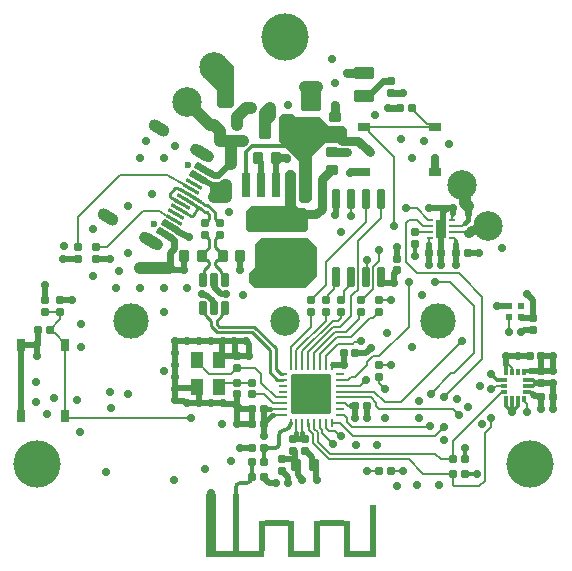
<source format=gbr>
%TF.GenerationSoftware,Altium Limited,Altium Designer,22.7.1 (60)*%
G04 Layer_Physical_Order=1*
G04 Layer_Color=255*
%FSLAX45Y45*%
%MOMM*%
%TF.SameCoordinates,ACC7CE07-661A-46B9-B338-6EC4A6F7B09F*%
%TF.FilePolarity,Positive*%
%TF.FileFunction,Copper,L1,Top,Signal*%
%TF.Part,Single*%
G01*
G75*
%TA.AperFunction,Conductor*%
%ADD10C,0.50000*%
%ADD11C,0.60000*%
%ADD12C,0.34849*%
%ADD13C,0.28107*%
%TA.AperFunction,SMDPad,CuDef*%
G04:AMPARAMS|DCode=14|XSize=0.6mm|YSize=1.2mm|CornerRadius=0.075mm|HoleSize=0mm|Usage=FLASHONLY|Rotation=180.000|XOffset=0mm|YOffset=0mm|HoleType=Round|Shape=RoundedRectangle|*
%AMROUNDEDRECTD14*
21,1,0.60000,1.05000,0,0,180.0*
21,1,0.45000,1.20000,0,0,180.0*
1,1,0.15000,-0.22500,0.52500*
1,1,0.15000,0.22500,0.52500*
1,1,0.15000,0.22500,-0.52500*
1,1,0.15000,-0.22500,-0.52500*
%
%ADD14ROUNDEDRECTD14*%
G04:AMPARAMS|DCode=15|XSize=0.6mm|YSize=0.7mm|CornerRadius=0.075mm|HoleSize=0mm|Usage=FLASHONLY|Rotation=0.000|XOffset=0mm|YOffset=0mm|HoleType=Round|Shape=RoundedRectangle|*
%AMROUNDEDRECTD15*
21,1,0.60000,0.55000,0,0,0.0*
21,1,0.45000,0.70000,0,0,0.0*
1,1,0.15000,0.22500,-0.27500*
1,1,0.15000,-0.22500,-0.27500*
1,1,0.15000,-0.22500,0.27500*
1,1,0.15000,0.22500,0.27500*
%
%ADD15ROUNDEDRECTD15*%
G04:AMPARAMS|DCode=16|XSize=0.25mm|YSize=0.7mm|CornerRadius=0.0125mm|HoleSize=0mm|Usage=FLASHONLY|Rotation=180.000|XOffset=0mm|YOffset=0mm|HoleType=Round|Shape=RoundedRectangle|*
%AMROUNDEDRECTD16*
21,1,0.25000,0.67500,0,0,180.0*
21,1,0.22500,0.70000,0,0,180.0*
1,1,0.02500,-0.11250,0.33750*
1,1,0.02500,0.11250,0.33750*
1,1,0.02500,0.11250,-0.33750*
1,1,0.02500,-0.11250,-0.33750*
%
%ADD16ROUNDEDRECTD16*%
G04:AMPARAMS|DCode=17|XSize=0.25mm|YSize=0.7mm|CornerRadius=0.0125mm|HoleSize=0mm|Usage=FLASHONLY|Rotation=270.000|XOffset=0mm|YOffset=0mm|HoleType=Round|Shape=RoundedRectangle|*
%AMROUNDEDRECTD17*
21,1,0.25000,0.67500,0,0,270.0*
21,1,0.22500,0.70000,0,0,270.0*
1,1,0.02500,-0.33750,-0.11250*
1,1,0.02500,-0.33750,0.11250*
1,1,0.02500,0.33750,0.11250*
1,1,0.02500,0.33750,-0.11250*
%
%ADD17ROUNDEDRECTD17*%
G04:AMPARAMS|DCode=18|XSize=3.45mm|YSize=3.45mm|CornerRadius=0.1725mm|HoleSize=0mm|Usage=FLASHONLY|Rotation=270.000|XOffset=0mm|YOffset=0mm|HoleType=Round|Shape=RoundedRectangle|*
%AMROUNDEDRECTD18*
21,1,3.45000,3.10500,0,0,270.0*
21,1,3.10500,3.45000,0,0,270.0*
1,1,0.34500,-1.55250,-1.55250*
1,1,0.34500,-1.55250,1.55250*
1,1,0.34500,1.55250,1.55250*
1,1,0.34500,1.55250,-1.55250*
%
%ADD18ROUNDEDRECTD18*%
%TA.AperFunction,TestPad*%
%ADD19R,0.50000X3.94000*%
%ADD20R,2.70000X0.50000*%
%ADD21R,0.50000X2.64000*%
%ADD22R,2.00000X0.50000*%
%ADD23R,0.50000X4.90000*%
%ADD24R,5.00000X0.50000*%
%ADD25R,0.90000X4.90000*%
%TA.AperFunction,SMDPad,CuDef*%
G04:AMPARAMS|DCode=26|XSize=0.6mm|YSize=1.7mm|CornerRadius=0.075mm|HoleSize=0mm|Usage=FLASHONLY|Rotation=0.000|XOffset=0mm|YOffset=0mm|HoleType=Round|Shape=RoundedRectangle|*
%AMROUNDEDRECTD26*
21,1,0.60000,1.55000,0,0,0.0*
21,1,0.45000,1.70000,0,0,0.0*
1,1,0.15000,0.22500,-0.77500*
1,1,0.15000,-0.22500,-0.77500*
1,1,0.15000,-0.22500,0.77500*
1,1,0.15000,0.22500,0.77500*
%
%ADD26ROUNDEDRECTD26*%
G04:AMPARAMS|DCode=27|XSize=0.6mm|YSize=0.7mm|CornerRadius=0.075mm|HoleSize=0mm|Usage=FLASHONLY|Rotation=90.000|XOffset=0mm|YOffset=0mm|HoleType=Round|Shape=RoundedRectangle|*
%AMROUNDEDRECTD27*
21,1,0.60000,0.55000,0,0,90.0*
21,1,0.45000,0.70000,0,0,90.0*
1,1,0.15000,0.27500,0.22500*
1,1,0.15000,0.27500,-0.22500*
1,1,0.15000,-0.27500,-0.22500*
1,1,0.15000,-0.27500,0.22500*
%
%ADD27ROUNDEDRECTD27*%
%ADD28R,0.60000X0.30000*%
%ADD29R,0.30000X0.60000*%
G04:AMPARAMS|DCode=30|XSize=3.2mm|YSize=2.1mm|CornerRadius=0.0525mm|HoleSize=0mm|Usage=FLASHONLY|Rotation=0.000|XOffset=0mm|YOffset=0mm|HoleType=Round|Shape=RoundedRectangle|*
%AMROUNDEDRECTD30*
21,1,3.20000,1.99500,0,0,0.0*
21,1,3.09500,2.10000,0,0,0.0*
1,1,0.10500,1.54750,-0.99750*
1,1,0.10500,-1.54750,-0.99750*
1,1,0.10500,-1.54750,0.99750*
1,1,0.10500,1.54750,0.99750*
%
%ADD30ROUNDEDRECTD30*%
G04:AMPARAMS|DCode=31|XSize=0.6mm|YSize=2.1mm|CornerRadius=0.051mm|HoleSize=0mm|Usage=FLASHONLY|Rotation=0.000|XOffset=0mm|YOffset=0mm|HoleType=Round|Shape=RoundedRectangle|*
%AMROUNDEDRECTD31*
21,1,0.60000,1.99800,0,0,0.0*
21,1,0.49800,2.10000,0,0,0.0*
1,1,0.10200,0.24900,-0.99900*
1,1,0.10200,-0.24900,-0.99900*
1,1,0.10200,-0.24900,0.99900*
1,1,0.10200,0.24900,0.99900*
%
%ADD31ROUNDEDRECTD31*%
%ADD32R,0.80000X0.80000*%
G04:AMPARAMS|DCode=33|XSize=1mm|YSize=1.7mm|CornerRadius=0.125mm|HoleSize=0mm|Usage=FLASHONLY|Rotation=0.000|XOffset=0mm|YOffset=0mm|HoleType=Round|Shape=RoundedRectangle|*
%AMROUNDEDRECTD33*
21,1,1.00000,1.45000,0,0,0.0*
21,1,0.75000,1.70000,0,0,0.0*
1,1,0.25000,0.37500,-0.72500*
1,1,0.25000,-0.37500,-0.72500*
1,1,0.25000,-0.37500,0.72500*
1,1,0.25000,0.37500,0.72500*
%
%ADD33ROUNDEDRECTD33*%
G04:AMPARAMS|DCode=34|XSize=1mm|YSize=1.7mm|CornerRadius=0.125mm|HoleSize=0mm|Usage=FLASHONLY|Rotation=90.000|XOffset=0mm|YOffset=0mm|HoleType=Round|Shape=RoundedRectangle|*
%AMROUNDEDRECTD34*
21,1,1.00000,1.45000,0,0,90.0*
21,1,0.75000,1.70000,0,0,90.0*
1,1,0.25000,0.72500,0.37500*
1,1,0.25000,0.72500,-0.37500*
1,1,0.25000,-0.72500,-0.37500*
1,1,0.25000,-0.72500,0.37500*
%
%ADD34ROUNDEDRECTD34*%
G04:AMPARAMS|DCode=35|XSize=0.8mm|YSize=1mm|CornerRadius=0.1mm|HoleSize=0mm|Usage=FLASHONLY|Rotation=270.000|XOffset=0mm|YOffset=0mm|HoleType=Round|Shape=RoundedRectangle|*
%AMROUNDEDRECTD35*
21,1,0.80000,0.80000,0,0,270.0*
21,1,0.60000,1.00000,0,0,270.0*
1,1,0.20000,-0.40000,-0.30000*
1,1,0.20000,-0.40000,0.30000*
1,1,0.20000,0.40000,0.30000*
1,1,0.20000,0.40000,-0.30000*
%
%ADD35ROUNDEDRECTD35*%
G04:AMPARAMS|DCode=36|XSize=0.8mm|YSize=1mm|CornerRadius=0.1mm|HoleSize=0mm|Usage=FLASHONLY|Rotation=180.000|XOffset=0mm|YOffset=0mm|HoleType=Round|Shape=RoundedRectangle|*
%AMROUNDEDRECTD36*
21,1,0.80000,0.80000,0,0,180.0*
21,1,0.60000,1.00000,0,0,180.0*
1,1,0.20000,-0.30000,0.40000*
1,1,0.20000,0.30000,0.40000*
1,1,0.20000,0.30000,-0.40000*
1,1,0.20000,-0.30000,-0.40000*
%
%ADD36ROUNDEDRECTD36*%
G04:AMPARAMS|DCode=37|XSize=1.4mm|YSize=1.7mm|CornerRadius=0.175mm|HoleSize=0mm|Usage=FLASHONLY|Rotation=270.000|XOffset=0mm|YOffset=0mm|HoleType=Round|Shape=RoundedRectangle|*
%AMROUNDEDRECTD37*
21,1,1.40000,1.35000,0,0,270.0*
21,1,1.05000,1.70000,0,0,270.0*
1,1,0.35000,-0.67500,-0.52500*
1,1,0.35000,-0.67500,0.52500*
1,1,0.35000,0.67500,0.52500*
1,1,0.35000,0.67500,-0.52500*
%
%ADD37ROUNDEDRECTD37*%
%ADD38R,0.55000X0.55000*%
G04:AMPARAMS|DCode=39|XSize=0.6mm|YSize=1.5mm|CornerRadius=0mm|HoleSize=0mm|Usage=FLASHONLY|Rotation=240.000|XOffset=0mm|YOffset=0mm|HoleType=Round|Shape=Rectangle|*
%AMROTATEDRECTD39*
4,1,4,-0.49952,0.63481,0.79952,-0.11519,0.49952,-0.63481,-0.79952,0.11519,-0.49952,0.63481,0.0*
%
%ADD39ROTATEDRECTD39*%

G04:AMPARAMS|DCode=40|XSize=0.3mm|YSize=1.5mm|CornerRadius=0mm|HoleSize=0mm|Usage=FLASHONLY|Rotation=240.000|XOffset=0mm|YOffset=0mm|HoleType=Round|Shape=Rectangle|*
%AMROTATEDRECTD40*
4,1,4,-0.57452,0.50490,0.72452,-0.24510,0.57452,-0.50490,-0.72452,0.24510,-0.57452,0.50490,0.0*
%
%ADD40ROTATEDRECTD40*%

G04:AMPARAMS|DCode=41|XSize=1.3mm|YSize=1.1mm|CornerRadius=0.055mm|HoleSize=0mm|Usage=FLASHONLY|Rotation=270.000|XOffset=0mm|YOffset=0mm|HoleType=Round|Shape=RoundedRectangle|*
%AMROUNDEDRECTD41*
21,1,1.30000,0.99000,0,0,270.0*
21,1,1.19000,1.10000,0,0,270.0*
1,1,0.11000,-0.49500,-0.59500*
1,1,0.11000,-0.49500,0.59500*
1,1,0.11000,0.49500,0.59500*
1,1,0.11000,0.49500,-0.59500*
%
%ADD41ROUNDEDRECTD41*%
%ADD42R,1.00000X0.75000*%
%ADD43R,0.75000X1.00000*%
G04:AMPARAMS|DCode=44|XSize=0.9mm|YSize=1.6mm|CornerRadius=0.0495mm|HoleSize=0mm|Usage=FLASHONLY|Rotation=180.000|XOffset=0mm|YOffset=0mm|HoleType=Round|Shape=RoundedRectangle|*
%AMROUNDEDRECTD44*
21,1,0.90000,1.50100,0,0,180.0*
21,1,0.80100,1.60000,0,0,180.0*
1,1,0.09900,-0.40050,0.75050*
1,1,0.09900,0.40050,0.75050*
1,1,0.09900,0.40050,-0.75050*
1,1,0.09900,-0.40050,-0.75050*
%
%ADD44ROUNDEDRECTD44*%
G04:AMPARAMS|DCode=45|XSize=0.5mm|YSize=0.25mm|CornerRadius=0.05mm|HoleSize=0mm|Usage=FLASHONLY|Rotation=180.000|XOffset=0mm|YOffset=0mm|HoleType=Round|Shape=RoundedRectangle|*
%AMROUNDEDRECTD45*
21,1,0.50000,0.15000,0,0,180.0*
21,1,0.40000,0.25000,0,0,180.0*
1,1,0.10000,-0.20000,0.07500*
1,1,0.10000,0.20000,0.07500*
1,1,0.10000,0.20000,-0.07500*
1,1,0.10000,-0.20000,-0.07500*
%
%ADD45ROUNDEDRECTD45*%
%TA.AperFunction,Conductor*%
%ADD46C,0.20000*%
%ADD47C,0.70000*%
%ADD48C,0.30000*%
%ADD49C,0.80000*%
%ADD50C,1.00000*%
%ADD51C,0.40000*%
%TA.AperFunction,WasherPad*%
%ADD52C,3.00000*%
%ADD53C,2.50000*%
%ADD54C,4.00000*%
%TA.AperFunction,ComponentPad*%
%ADD55C,2.50000*%
%ADD56C,0.60000*%
G04:AMPARAMS|DCode=57|XSize=2.2mm|YSize=1mm|CornerRadius=0mm|HoleSize=0mm|Usage=FLASHONLY|Rotation=330.000|XOffset=0mm|YOffset=0mm|HoleType=Round|Shape=Round|*
%AMOVALD57*
21,1,1.20000,1.00000,0.00000,0.00000,330.0*
1,1,1.00000,-0.51962,0.30000*
1,1,1.00000,0.51962,-0.30000*
%
%ADD57OVALD57*%

G04:AMPARAMS|DCode=58|XSize=1.9mm|YSize=1mm|CornerRadius=0mm|HoleSize=0mm|Usage=FLASHONLY|Rotation=330.000|XOffset=0mm|YOffset=0mm|HoleType=Round|Shape=Round|*
%AMOVALD58*
21,1,0.90000,1.00000,0.00000,0.00000,330.0*
1,1,1.00000,-0.38971,0.22500*
1,1,1.00000,0.38971,-0.22500*
%
%ADD58OVALD58*%

%TA.AperFunction,ViaPad*%
%ADD59C,0.70000*%
G36*
X2100000Y4275000D02*
Y3950000D01*
X2075000Y3925000D01*
X1975000D01*
X1950000Y3950000D01*
X1950000D01*
Y4075000D01*
X1925000Y4100000D01*
X1825000Y4200000D01*
X1825000Y4200000D01*
X2000000Y4375000D01*
X2100000Y4275000D01*
D02*
G37*
G36*
X2625000Y3850000D02*
X2825000D01*
X2900000Y3775000D01*
X3025000D01*
X3050000Y3750000D01*
Y3650000D01*
X3027554Y3627554D01*
X2869859D01*
X2757482Y3515177D01*
Y3157482D01*
X2725000Y3125000D01*
X2675000D01*
X2650000Y3150000D01*
Y3475000D01*
X2475000Y3650000D01*
X2475000D01*
Y3850000D01*
X2500000Y3875000D01*
X2600000D01*
X2625000Y3850000D01*
D02*
G37*
G36*
Y3375000D02*
Y3100000D01*
X2650000Y3075000D01*
X2700000D01*
X2725000Y3050000D01*
Y2900000D01*
X2700000Y2875000D01*
X2225000D01*
X2200000Y2900000D01*
Y3050000D01*
X2200000D01*
X2250000Y3100000D01*
X2525000D01*
Y3375000D01*
X2550000Y3400000D01*
X2600000D01*
X2625000Y3375000D01*
D02*
G37*
G36*
X2800000Y2750000D02*
X2800000D01*
Y2500000D01*
X2700000Y2400000D01*
X2275000D01*
X2225000Y2450000D01*
Y2525000D01*
X2275000Y2575000D01*
Y2775000D01*
X2325000Y2825000D01*
X2725000D01*
X2800000Y2750000D01*
D02*
G37*
D10*
X2625000Y900000D02*
G03*
X2610000Y935707I-50000J0D01*
G01*
D02*
G03*
X2575000Y950000I-35000J-35707D01*
G01*
X2450000Y3500000D02*
X2451422Y3498578D01*
X2542298D02*
X2543720Y3497157D01*
X1901434Y415999D02*
Y665263D01*
Y415999D02*
X1901771Y415662D01*
X1901097Y665600D02*
X1901434Y665263D01*
X925000Y2650000D02*
X1050000D01*
X650000D02*
X775000D01*
X4620000Y2045000D02*
X4625000Y2050000D01*
X4550412Y2045000D02*
X4620000D01*
X4530412Y2025000D02*
X4550412Y2045000D01*
X4525000Y2025000D02*
X4530412D01*
X2790000Y790412D02*
X2800000Y780412D01*
X2790000Y790412D02*
Y885000D01*
X2800000Y775000D02*
Y780412D01*
X2760000Y915000D02*
X2790000Y885000D01*
X2640000Y815412D02*
Y885000D01*
Y815412D02*
X2675000Y780412D01*
Y775000D02*
Y780412D01*
X2625000Y900000D02*
X2640000Y885000D01*
X2554107Y753827D02*
Y800893D01*
X2505000Y850000D02*
X2554107Y800893D01*
Y753827D02*
X2557934Y750000D01*
X2350000Y795000D02*
X2391173Y753827D01*
X2446173D01*
X2450000Y750000D01*
X425000Y1825000D02*
Y1925000D01*
X412004Y1917416D02*
X419588Y1925000D01*
X425000D01*
X294674Y1917416D02*
X412004D01*
X425000Y1930412D02*
X437457Y1942869D01*
Y2044973D01*
X425000Y1925000D02*
Y1930412D01*
X625000Y2300000D02*
X725000D01*
X4400000Y1825000D02*
X4500000D01*
X4400000Y1750000D02*
Y1825000D01*
X500000Y2300000D02*
Y2425000D01*
X2221173Y1828827D02*
X2225000Y1825000D01*
X2115000Y1830000D02*
X2120000Y1825000D01*
X2200000Y1944588D02*
X2221173Y1923414D01*
X1996173Y1816173D02*
Y1821173D01*
X2100000Y1950000D02*
X2103827Y1946173D01*
X2221173Y1828827D02*
Y1923414D01*
X1780000Y1560000D02*
X1796173Y1543827D01*
X2115000Y1830000D02*
Y1835000D01*
X2103827Y1846173D02*
Y1946173D01*
X1796173Y1428827D02*
Y1543827D01*
X2125000Y1250000D02*
X2250000D01*
X1970000Y1790000D02*
X1996173Y1816173D01*
X2125000Y1250000D02*
Y1400000D01*
X2200000Y1944588D02*
Y1950000D01*
X1796173Y1428827D02*
X1800000Y1425000D01*
X2103827Y1846173D02*
X2115000Y1835000D01*
X2610000Y935707D02*
Y1020000D01*
X2150000Y1050000D02*
X2250000D01*
X2350000Y795000D02*
Y800000D01*
X2155412Y1375000D02*
X2250000D01*
X2125000Y1400000D02*
X2130412D01*
X2155412Y1375000D01*
X1600000Y1850000D02*
Y1950000D01*
X1996173Y1821173D02*
Y1946173D01*
X1986927Y2353827D02*
X2021173D01*
X1930000Y2410754D02*
Y2465000D01*
X2021173Y2353827D02*
X2025000Y2350000D01*
X1930000Y2410754D02*
X1986927Y2353827D01*
X1925000Y2470000D02*
X1930000Y2465000D01*
X2100000Y1950000D02*
X2200000D01*
X2350000Y1250000D02*
X2350000D01*
Y1150000D02*
Y1250000D01*
X2350000Y1255000D02*
Y1375000D01*
X1700000Y1950000D02*
X1800000D01*
X1600000Y1750000D02*
Y1850000D01*
Y1950000D02*
X1700000D01*
X1555412Y2575000D02*
X1576585Y2553827D01*
X1671173D01*
X1550000Y2575000D02*
X1555412D01*
X3522219Y847219D02*
X3525000Y850000D01*
X3225000Y1300000D02*
Y1400000D01*
X3975000Y2600400D02*
Y2775000D01*
X3850000Y2600400D02*
Y2700000D01*
X3850000Y2700000D01*
X3475000Y2650000D02*
Y2750000D01*
X2957469Y3154469D02*
X2959500Y3156500D01*
X2955439Y3015953D02*
X2957469Y3017983D01*
Y3154469D01*
X4075000Y2700000D02*
X4175000D01*
X3749200Y3075000D02*
X3950000D01*
X3750000Y2600000D02*
Y2700000D01*
X3866884Y3041884D02*
X3896173Y3071173D01*
X3950000Y3025000D02*
Y3075000D01*
X1671173Y2553827D02*
X1675000Y2550000D01*
X2024526Y3274526D02*
X2025000Y3275000D01*
X1915000Y3274526D02*
X2024526D01*
X2450000Y3272500D02*
Y3500000D01*
X2300000Y3490000D02*
Y3500000D01*
X2323000Y3272500D02*
Y3467000D01*
X2300000Y3490000D02*
X2323000Y3467000D01*
X1921173Y3178827D02*
Y3268353D01*
Y3178827D02*
X1925000Y3175000D01*
X1915000Y3274526D02*
X1921173Y3268353D01*
X1911605Y3271132D02*
X1915000Y3274526D01*
X1791817Y3340346D02*
X1835094Y3315304D01*
X1911605Y3271132D01*
X1920000Y2235000D02*
Y2289246D01*
Y2235000D02*
X1925000Y2230000D01*
X1863073Y2346173D02*
X1920000Y2289246D01*
X1828827Y2346173D02*
X1863073D01*
X1825000Y2350000D02*
X1828827Y2346173D01*
X2938750Y1750000D02*
X3025000D01*
Y1850000D01*
X3215849D02*
X3250000Y1884151D01*
Y1887292D01*
X3254378Y1891669D01*
X3125000Y1850000D02*
X3215849D01*
X3254378Y1891669D02*
Y1897082D01*
X3850000Y2700000D02*
Y2900000D01*
X294674Y1317416D02*
Y1917416D01*
X1694588Y1425000D02*
X1700000D01*
X1603827Y1446173D02*
X1673414D01*
X1694588Y1425000D01*
X1600000Y1450000D02*
X1603827Y1446173D01*
X1700000Y1425000D02*
X1800000D01*
X3850000Y2900000D02*
X3866884Y2916884D01*
Y3041884D01*
X3750000Y2700000D02*
Y2775000D01*
X3125000Y1300000D02*
X3125000Y1300000D01*
X3125000Y1300000D02*
Y1400000D01*
X4326250Y2248750D02*
X4426250D01*
X4325000Y2250000D02*
X4326250Y2248750D01*
X4426250D02*
X4427500Y2247500D01*
X4575000Y2350000D02*
X4625000Y2300000D01*
Y2150000D02*
Y2300000D01*
X4523750Y2151250D02*
X4623750D01*
X4625000Y2150000D01*
X4522500Y2152500D02*
X4523750Y2151250D01*
X4625000Y1500000D02*
X4640000Y1485000D01*
X4695000D01*
X4700000Y1475000D02*
Y1480000D01*
X4695000Y1485000D02*
X4700000Y1480000D01*
Y1600000D02*
X4700000Y1600000D01*
X4650000Y1600000D02*
X4700000D01*
Y1375000D02*
Y1475000D01*
Y1375000D02*
X4700000Y1375000D01*
X4800000Y1375000D02*
Y1475000D01*
Y1375000D02*
X4800000Y1375000D01*
X4800000Y1475000D02*
Y1600000D01*
X4800000Y1600000D01*
X4700000Y1600000D02*
X4700000Y1600000D01*
X4800000D01*
X4600000Y1700000D02*
X4700000D01*
Y1825000D01*
X4700000Y1825000D01*
X4700000Y1700000D02*
X4800000D01*
Y1825000D01*
X4700000D02*
X4800000D01*
X4500000D02*
X4600000D01*
X2150000Y2675000D02*
X2150000Y2675000D01*
Y2550000D02*
Y2675000D01*
X1675000Y2550000D02*
X1675000Y2550000D01*
Y2675000D01*
X2705000Y1025000D02*
X2760000Y970000D01*
X2700000Y1025000D02*
X2705000D01*
X2760000Y915000D02*
Y970000D01*
X2500000Y850000D02*
X2505000D01*
X2500000Y950000D02*
X2575000D01*
X3340500Y2445764D02*
X3345500Y2440764D01*
X3451135D02*
X3451371Y2440529D01*
X3340500Y2445764D02*
Y2493500D01*
X3345500Y2440764D02*
X3451135D01*
X3465000Y2545000D02*
X3470000Y2550000D01*
X3465000Y2539999D02*
Y2545000D01*
X3455198Y2530198D02*
X3465000Y2539999D01*
X3455198Y2444355D02*
Y2530198D01*
X3470000Y2550000D02*
X3475000D01*
X3451371Y2440529D02*
X3455198Y2444355D01*
X2000000Y1950000D02*
X2100000D01*
X2250000Y1250000D02*
Y1375000D01*
X2125000Y1825000D02*
X2225000D01*
X2120000D02*
X2125000D01*
X2225000D02*
X2225000Y1825000D01*
X1603827Y1553827D02*
X1773827D01*
X1600000Y1550000D02*
X1603827Y1553827D01*
X1773827D02*
X1780000Y1560000D01*
X2003827Y1421173D02*
X2098415D01*
X2119588Y1400000D02*
X2125000D01*
X2000000Y1425000D02*
X2003827Y1421173D01*
X2098415D02*
X2119588Y1400000D01*
X2125000D02*
Y1500000D01*
X2125000Y1500000D02*
X2125000Y1500000D01*
X1900000Y1425000D02*
X2000000D01*
X1800000D02*
X1900000D01*
X1600000Y1450000D02*
Y1550000D01*
Y1650000D01*
Y1750000D01*
X1800000Y1950000D02*
X1900000D01*
X2000000D01*
Y1825000D02*
X2120000D01*
X1996173Y1821173D02*
X2000000Y1825000D01*
X1970000Y1795000D02*
X1996173Y1821173D01*
Y1946173D02*
X2000000Y1950000D01*
X1970000Y1790000D02*
Y1795000D01*
X2605000Y1125000D02*
X2695000D01*
X2600000Y1025000D02*
X2605000D01*
X2610000Y1020000D01*
X3085403Y1400000D02*
X3125000D01*
D11*
X1616770Y2887154D02*
G03*
X1617150Y2886937I24999J43302D01*
G01*
X3235000Y4030000D02*
X3355000Y4150000D01*
X3425000D01*
X3200000Y4030000D02*
X3235000D01*
X3425000Y4050000D02*
X3525000D01*
X3400000Y3925000D02*
X3500000D01*
X1551913Y2699619D02*
X1592479Y2740185D01*
Y2808345D01*
X1551913Y2576913D02*
Y2699619D01*
X1550000Y2575000D02*
X1551913Y2576913D01*
X1511817Y2855372D02*
X1592479Y2808345D01*
X1617150Y2886936D02*
X1712092Y2833227D01*
X2050370Y3450370D02*
X2058774D01*
X1956864Y3356864D02*
X2050370Y3450370D01*
X1923713Y3356864D02*
X1956864D01*
X1831817Y3409628D02*
X1923713Y3356864D01*
X1585089Y2905444D02*
X1616770Y2887154D01*
X1551817Y2924654D02*
X1585089Y2905444D01*
X4075000Y3025000D02*
Y3100000D01*
D12*
X2150000Y750000D02*
G03*
X2111771Y711771I0J-38229D01*
G01*
X2200000Y750000D02*
G03*
X2250000Y800000I0J50000D01*
G01*
X2525000Y1200000D02*
G03*
X2575000Y1250000I0J50000D01*
G01*
X2525000Y1200000D02*
G03*
X2475000Y1150000I0J-50000D01*
G01*
X2450000Y1050000D02*
G03*
X2475000Y1075000I0J25000D01*
G01*
X3051771Y153237D02*
X3059347Y145662D01*
X3161771D01*
X3051771Y153237D02*
Y302662D01*
X2926771Y409662D02*
X3044196D01*
X3051771Y302662D02*
Y402087D01*
X3044196Y409662D02*
X3051771Y402087D01*
X2801771D02*
X2809347Y409662D01*
X2926771D01*
X2801771Y302662D02*
Y402087D01*
X2794196Y145662D02*
X2801771Y153237D01*
X2691771Y145662D02*
X2794196D01*
X2801771Y153237D02*
Y302662D01*
X2581771Y153237D02*
Y302662D01*
Y153237D02*
X2589347Y145662D01*
X2691771D01*
X2574196Y409662D02*
X2581771Y402087D01*
Y302662D02*
Y402087D01*
X2456771Y409662D02*
X2574196D01*
X2339347D02*
X2456771D01*
X2331771Y402087D02*
X2339347Y409662D01*
X2331771Y302662D02*
Y402087D01*
X2106772Y145662D02*
X2324196D01*
X2331771Y153237D02*
Y302662D01*
X2324196Y145662D02*
X2331771Y153237D01*
X2111771Y415662D02*
Y711771D01*
X2106772Y145662D02*
X2111771Y150662D01*
Y415662D01*
X3264196Y145662D02*
X3271771Y153237D01*
Y367662D01*
X3161771Y145662D02*
X3264196D01*
X2150000Y750000D02*
X2200000D01*
X2250000Y800000D02*
X2250000D01*
Y925000D01*
X2350000Y1050000D02*
X2450000D01*
X2350000Y925000D02*
Y1050000D01*
X2475000Y1075000D02*
Y1150000D01*
X2575000Y1250000D02*
Y1260000D01*
D13*
X1817304Y3127245D02*
G03*
X1821933Y3123717I19264J20468D01*
G01*
X1780099Y3154448D02*
G03*
X1773689Y3159194I-23330J-24807D01*
G01*
X1761532Y3166213D02*
G03*
X1761606Y3166170I14188J24263D01*
G01*
X1780099Y3154448D02*
G03*
X1784615Y3151073I19000J20713D01*
G01*
X1826640Y3062581D02*
G03*
X1821712Y3066615I-20155J-19590D01*
G01*
X1792997Y3085182D02*
G03*
X1795279Y3083652I43571J62531D01*
G01*
X1748938Y3115748D02*
G03*
X1748796Y3115831I-17169J-29408D01*
G01*
X1751237Y3114280D02*
G03*
X1748938Y3115748I-19468J-27940D01*
G01*
X1808787Y3135261D02*
G03*
X1800525Y3141507I-32970J-35031D01*
G01*
X1936713Y2748286D02*
Y2817589D01*
X1953178Y2834054D01*
X1825000Y2685000D02*
X1888287Y2748286D01*
X2000000Y2675000D02*
Y2685000D01*
X1888287Y2748286D02*
Y2817589D01*
X2000000Y2665000D02*
Y2675000D01*
X1936713Y2748286D02*
X2000000Y2685000D01*
X2448427Y1717179D02*
X2490607Y1675000D01*
X2510000D01*
X2463519Y1626554D02*
X2508446D01*
X2510000Y1625000D01*
X2400000Y1690073D02*
X2463519Y1626554D01*
X2270059Y2075000D02*
X2448427Y1896632D01*
X1971376Y2075000D02*
X2270059D01*
X2400000Y1690073D02*
Y1876573D01*
X2250000Y2026573D02*
X2400000Y1876573D01*
X2448427Y1717179D02*
Y1896632D01*
X1951317Y2026573D02*
X2250000D01*
X1989053Y2169053D02*
X2020000Y2200000D01*
X1989053Y2160288D02*
Y2169053D01*
X1949213Y2120448D02*
X1989053Y2160288D01*
X1949213Y2097163D02*
Y2120448D01*
X1860946Y2160288D02*
Y2169054D01*
X1830000Y2200000D02*
X1860946Y2169054D01*
X1949213Y2097163D02*
X1971376Y2075000D01*
X1900786Y2077105D02*
X1951317Y2026573D01*
X1900786Y2077105D02*
Y2120448D01*
X1860946Y2160288D02*
X1900786Y2120448D01*
X2020000Y2200000D02*
Y2230000D01*
X1830000Y2200000D02*
Y2230000D01*
X1953178Y2639053D02*
X1974053D01*
X1989053Y2530947D02*
X2020000Y2500000D01*
Y2470000D02*
Y2500000D01*
X1989053Y2530947D02*
Y2542180D01*
X1936713Y2594520D02*
X1989053Y2542180D01*
X1936713Y2622588D02*
X1953178Y2639053D01*
X1936713Y2594520D02*
Y2622588D01*
X1974053Y2639053D02*
X2000000Y2665000D01*
X1825000Y2675000D02*
Y2685000D01*
X1850947Y2639053D02*
X1871822D01*
X1825000Y2665000D02*
X1850947Y2639053D01*
X1845946Y2552180D02*
X1888287Y2594520D01*
X1825000Y2665000D02*
Y2675000D01*
X1888287Y2594520D02*
Y2622588D01*
X1871822Y2639053D02*
X1888287Y2622588D01*
X1845946Y2485947D02*
Y2552180D01*
X1830000Y2470000D02*
X1845946Y2485947D01*
X1953178Y2834054D02*
X1959054D01*
X1975000Y2850000D01*
X1871822Y2834054D02*
X1888287Y2817589D01*
X1865946Y2834054D02*
X1871822D01*
X1850000Y2850000D02*
X1865946Y2834054D01*
X1784615Y3151073D02*
X1800524Y3141507D01*
X1780099Y3154448D02*
X1780099Y3154448D01*
X1761606Y3166169D02*
X1773689Y3159194D01*
X1808787Y3135261D02*
X1817304Y3127245D01*
X1821933Y3123717D02*
X1848193Y3107701D01*
X1826640Y3062581D02*
X1827373Y3061827D01*
X1795279Y3083652D02*
X1821712Y3066615D01*
X1785966Y3090081D02*
X1792997Y3085182D01*
X1751237Y3114280D02*
X1785966Y3090081D01*
X1786666Y3089380D01*
X1775817Y3100230D02*
X1785966Y3090081D01*
X1748938Y3115748D02*
X1775817Y3100230D01*
X1736625Y3122858D02*
X1748938Y3115748D01*
X1848193Y3107701D02*
X1871232D01*
X1936713Y2982412D02*
Y3042219D01*
X1871232Y3107701D02*
X1936713Y3042219D01*
X1953178Y2965947D02*
X1959054D01*
X1936713Y2982412D02*
X1953178Y2965947D01*
X1827373Y3061827D02*
X1847206Y3041994D01*
X1959054Y2965947D02*
X1975000Y2950000D01*
X1847206Y3041994D02*
X1868453D01*
X1865946Y2965947D02*
X1871822D01*
X1888287Y2982412D01*
Y3022161D01*
X1868453Y3041994D02*
X1888287Y3022161D01*
X1850000Y2950000D02*
X1865946Y2965947D01*
X1684317Y3154058D02*
X1736625Y3122858D01*
X1709317Y3197452D02*
X1761532Y3166213D01*
X1736625Y3122858D02*
X1748796Y3115831D01*
X1684317Y3154058D02*
Y3154151D01*
X1760105Y3024201D02*
X1786666Y3070207D01*
X1749256Y3013352D02*
X1760105Y3024201D01*
X1730082Y3013352D02*
X1749256D01*
X1687571Y3037894D02*
X1730082Y3013352D01*
X1786666Y3070207D02*
Y3089380D01*
X1736625Y3122858D02*
Y3122858D01*
X1684317Y3154151D02*
X1736625Y3122858D01*
X1634317Y3067548D02*
X1687571Y3037894D01*
X1557412Y3175363D02*
X1568261Y3164514D01*
X1557412Y3194536D02*
X1584458Y3241381D01*
X1595307Y3252231D02*
X1614390D01*
X1644244Y3235233D02*
X1656627Y3228083D01*
X1568261Y3164514D02*
X1607009Y3142142D01*
X1557412Y3175363D02*
Y3194536D01*
X1584458Y3241381D02*
X1595307Y3252231D01*
X1614390D02*
X1644244Y3235233D01*
X1656627Y3228083D02*
Y3228083D01*
X1709317Y3197452D01*
X1607009Y3142142D02*
X1659317Y3110850D01*
D14*
X2020000Y2470000D02*
D03*
X1925000D02*
D03*
X1830000D02*
D03*
Y2230000D02*
D03*
X1925000D02*
D03*
X2020000D02*
D03*
D15*
X3025000Y1850000D02*
D03*
X3125000D02*
D03*
X3325000Y850000D02*
D03*
X3425000D02*
D03*
X4800000Y1475000D02*
D03*
X4700000D02*
D03*
X4700000Y1825000D02*
D03*
X4600000D02*
D03*
X2250000Y1250000D02*
D03*
X2350000D02*
D03*
X2250000Y1375000D02*
D03*
X2350000D02*
D03*
X3225000Y1400000D02*
D03*
X3125000D02*
D03*
X2350000Y925000D02*
D03*
X2250000D02*
D03*
X2350000Y1050000D02*
D03*
X2250000D02*
D03*
X2250000Y800000D02*
D03*
X2350000D02*
D03*
X4050000Y825000D02*
D03*
X3950000D02*
D03*
X4050000Y950000D02*
D03*
X3950000D02*
D03*
X3500000Y3925000D02*
D03*
X3600000D02*
D03*
X437457Y2044973D02*
D03*
X537457D02*
D03*
X3750000Y2700000D02*
D03*
X3850000D02*
D03*
X3975000D02*
D03*
X4075000D02*
D03*
D16*
X2575000Y1260000D02*
D03*
X2625000D02*
D03*
X2675000D02*
D03*
X2725000D02*
D03*
X2775000D02*
D03*
X2825000D02*
D03*
X2875000D02*
D03*
X2925000D02*
D03*
Y1740000D02*
D03*
X2875000D02*
D03*
X2825000D02*
D03*
X2775000D02*
D03*
X2725000D02*
D03*
X2675000D02*
D03*
X2625000D02*
D03*
X2575000D02*
D03*
D17*
X2990000Y1325000D02*
D03*
Y1375000D02*
D03*
Y1425000D02*
D03*
Y1475000D02*
D03*
Y1525000D02*
D03*
Y1575000D02*
D03*
Y1625000D02*
D03*
Y1675000D02*
D03*
X2510000D02*
D03*
Y1625000D02*
D03*
Y1575000D02*
D03*
Y1525000D02*
D03*
Y1475000D02*
D03*
Y1425000D02*
D03*
Y1375000D02*
D03*
Y1325000D02*
D03*
D18*
X2750000Y1500000D02*
D03*
D19*
X3271771Y367662D02*
D03*
D20*
X3161771Y145662D02*
D03*
X2691771D02*
D03*
D21*
X3051771Y302662D02*
D03*
X2801771D02*
D03*
X2581771D02*
D03*
X2331771D02*
D03*
D22*
X2926771Y409662D02*
D03*
X2456771D02*
D03*
D23*
X2111771Y415662D02*
D03*
D24*
X2106772Y145662D02*
D03*
D25*
X1901771Y415662D02*
D03*
D26*
X2959500Y2493500D02*
D03*
X3086500D02*
D03*
X3213500D02*
D03*
X3340500D02*
D03*
X2959500Y3156500D02*
D03*
X3086500D02*
D03*
X3213500D02*
D03*
X3340500D02*
D03*
D27*
X4700000Y1700000D02*
D03*
Y1600000D02*
D03*
X3425000Y4150000D02*
D03*
Y4050000D02*
D03*
X3475000Y2550000D02*
D03*
Y2650000D02*
D03*
X2600000Y1125000D02*
D03*
Y1025000D02*
D03*
X2700000Y1125000D02*
D03*
Y1025000D02*
D03*
X2500000Y850000D02*
D03*
Y950000D02*
D03*
X3175000Y2300000D02*
D03*
Y2200000D02*
D03*
X3325000Y2300000D02*
D03*
Y2200000D02*
D03*
X3000000Y2300000D02*
D03*
Y2200000D02*
D03*
X2750000Y2300000D02*
D03*
Y2200000D02*
D03*
X2875000Y2300000D02*
D03*
Y2200000D02*
D03*
X4625000Y2150000D02*
D03*
Y2050000D02*
D03*
X2250000Y1500000D02*
D03*
Y1600000D02*
D03*
X1975000Y2950000D02*
D03*
Y2850000D02*
D03*
X2125000Y1500000D02*
D03*
Y1600000D02*
D03*
Y1825000D02*
D03*
Y1725000D02*
D03*
X1850000Y2950000D02*
D03*
Y2850000D02*
D03*
X775000Y2750000D02*
D03*
Y2650000D02*
D03*
X925000Y2750000D02*
D03*
Y2650000D02*
D03*
X500000Y2300000D02*
D03*
Y2200000D02*
D03*
X3325000Y1750000D02*
D03*
Y1650000D02*
D03*
X625000Y2200000D02*
D03*
Y2300000D02*
D03*
X3625000Y2775000D02*
D03*
Y2875000D02*
D03*
D28*
X4383750Y1525000D02*
D03*
Y1625000D02*
D03*
Y1575000D02*
D03*
X4566250D02*
D03*
Y1525000D02*
D03*
Y1625000D02*
D03*
D29*
X4450000Y1691250D02*
D03*
X4400000Y1691200D02*
D03*
X4500000Y1691250D02*
D03*
X4550000D02*
D03*
X4400000Y1458800D02*
D03*
X4450000D02*
D03*
X4500000D02*
D03*
X4550000D02*
D03*
D30*
X2450000Y2677500D02*
D03*
D31*
X2196000Y3272500D02*
D03*
X2323000D02*
D03*
X2450000D02*
D03*
X2577000D02*
D03*
X2704000D02*
D03*
D32*
X2025000Y4020000D02*
D03*
X2120000Y3780000D02*
D03*
X1930000D02*
D03*
D33*
X2355000Y3750000D02*
D03*
X2545000D02*
D03*
D34*
X3200000Y4030000D02*
D03*
Y4220000D02*
D03*
D35*
X2925000Y3550000D02*
D03*
Y3400000D02*
D03*
X2950000Y3850000D02*
D03*
Y3700000D02*
D03*
D36*
X2450000Y3500000D02*
D03*
X2300000D02*
D03*
X2625000Y900000D02*
D03*
X2775000D02*
D03*
X2150000Y2675000D02*
D03*
X2000000D02*
D03*
X1675000D02*
D03*
X1825000D02*
D03*
D37*
X2750000Y3964300D02*
D03*
Y3735700D02*
D03*
D38*
X4427500Y2247500D02*
D03*
X4522500D02*
D03*
X4427500Y2152500D02*
D03*
X4522500D02*
D03*
D39*
X1791817Y3340346D02*
D03*
X1831817Y3409628D02*
D03*
X1511817Y2855372D02*
D03*
X1551817Y2924654D02*
D03*
D40*
X1759317Y3284054D02*
D03*
X1734317Y3240753D02*
D03*
X1709317Y3197452D02*
D03*
X1584317Y2980946D02*
D03*
X1609317Y3024247D02*
D03*
X1634317Y3067548D02*
D03*
X1659317Y3110850D02*
D03*
X1684317Y3154151D02*
D03*
D41*
X1780000Y1560000D02*
D03*
X1970000D02*
D03*
X1780000Y1790000D02*
D03*
X1970000D02*
D03*
D42*
X3800000Y3387500D02*
D03*
Y3762500D02*
D03*
X3200000D02*
D03*
Y3387500D02*
D03*
D43*
X294674Y1317416D02*
D03*
X669674D02*
D03*
Y1917416D02*
D03*
X294674D02*
D03*
D44*
X3850000Y2900000D02*
D03*
D45*
X3755000Y2825000D02*
D03*
Y2875000D02*
D03*
Y2925000D02*
D03*
Y2975000D02*
D03*
X3945000D02*
D03*
Y2925000D02*
D03*
Y2875000D02*
D03*
Y2825000D02*
D03*
D46*
X3744424Y1227536D02*
X3752406Y1235518D01*
X3097904Y1227536D02*
X3744424D01*
X3936746Y1683415D02*
X3958415D01*
X4125000Y1850000D01*
X3760594Y1507263D02*
X3936746Y1683415D01*
X4125000Y1850000D02*
Y2250000D01*
X684590Y1302500D02*
X1732500D01*
X669674Y1317416D02*
X684590Y1302500D01*
X669674Y1317416D02*
Y1917416D01*
X4171166Y721166D02*
X4220400Y770400D01*
X3961716Y721166D02*
X4171166D01*
X3950000Y732881D02*
X3961716Y721166D01*
X3950000Y732881D02*
Y825000D01*
X4425000Y1750000D02*
X4450000Y1725000D01*
X4400000Y1750000D02*
X4425000D01*
X4450000Y1691250D02*
Y1725000D01*
X4425000Y2025000D02*
X4426250Y2026250D01*
Y2151250D02*
X4427500Y2152500D01*
X4426250Y2026250D02*
Y2151250D01*
X500000Y2200000D02*
X625000D01*
X625000Y2200000D01*
X537457Y2044973D02*
Y2049973D01*
X625000Y2137516D02*
Y2200000D01*
X537457Y2049973D02*
X625000Y2137516D01*
X3225000Y850000D02*
X3325000D01*
X3575000Y950000D02*
X3700000Y825000D01*
X2900000Y950000D02*
X3575000D01*
X2765000Y1085000D02*
X2900000Y950000D01*
X3800000Y2450000D02*
X3925000D01*
X3212500Y3762500D02*
X3800000D01*
X3925000Y2450000D02*
X4125000Y2250000D01*
X3550000Y3075000D02*
X3642500D01*
X3740000Y2977500D01*
X3752500D02*
X3755000Y2975000D01*
X3740000Y2977500D02*
X3752500D01*
X3550000Y2625000D02*
Y2950000D01*
X3650000Y2975000D02*
X3700000Y2925000D01*
X3575000Y2975000D02*
X3650000D01*
X3550000Y2950000D02*
X3575000Y2975000D01*
X3945000Y3020000D02*
X3950000Y3025000D01*
X3450000Y2925000D02*
Y3512500D01*
X3240000Y3722500D02*
X3450000Y3512500D01*
X3212500Y3762500D02*
X3240000Y3735000D01*
Y3722500D02*
Y3735000D01*
X775000Y3000000D02*
X1135141Y3360141D01*
X775000Y2750000D02*
Y3000000D01*
X1135141Y3360141D02*
X1526840D01*
X1677852Y3272953D01*
X1734317Y3240753D01*
X1025000Y2750000D02*
X1325259Y3050259D01*
X925000Y2750000D02*
X1025000D01*
X1325259Y3050259D02*
X1461492D01*
X1527332Y3012245D01*
X1584317Y2980946D01*
X2927500Y1750000D02*
X2938750D01*
X2925000Y1740000D02*
Y1747500D01*
X2927500Y1750000D01*
X3100000Y1925000D02*
X3115433Y1940433D01*
X3165433D02*
X3175000Y1950000D01*
X2975000Y1925000D02*
X3100000D01*
X2875000Y1825000D02*
X2975000Y1925000D01*
X3115433Y1940433D02*
X3165433D01*
X2875000Y1740000D02*
Y1825000D01*
X579617Y2019973D02*
X669674Y1929916D01*
X557457Y2019973D02*
X579617D01*
X537457Y2039973D02*
X557457Y2019973D01*
X537457Y2039973D02*
Y2044973D01*
X669674Y1917416D02*
Y1929916D01*
X3600000Y3920000D02*
Y3925000D01*
Y3920000D02*
X3730000Y3790000D01*
X3772500D01*
X3800000Y3762500D01*
X3200000D02*
X3212500D01*
X3575000Y2075000D02*
Y2450000D01*
X3325000Y1825000D02*
X3575000Y2075000D01*
X3275000Y1825000D02*
X3325000D01*
X3225000Y1775000D02*
X3275000Y1825000D01*
X3225000Y1750000D02*
Y1775000D01*
X3125000Y1650000D02*
X3225000Y1750000D01*
X3086470Y1650000D02*
X3125000D01*
X3945000Y2975000D02*
Y3020000D01*
X3750000Y2822500D02*
X3752500Y2825000D01*
X3750000Y2775000D02*
Y2822500D01*
X3752500Y2825000D02*
X3755000D01*
X3945000D02*
X3957500D01*
X3975000Y2807500D01*
Y2800000D02*
Y2807500D01*
X3755000Y2875000D02*
X3755000Y2875000D01*
X3625000Y2875000D02*
X3755000D01*
X3700000Y2925000D02*
X3755000D01*
X3550000Y2625000D02*
X3650000Y2525000D01*
X4000000D01*
X4025000Y2500000D02*
X4025000D01*
X4000000Y2525000D02*
X4025000Y2500000D01*
X3511915Y1436915D02*
X4025000Y1950000D01*
X4200000Y1800000D02*
Y2325000D01*
X3875000Y1475000D02*
X4200000Y1800000D01*
X3373484Y1436915D02*
X3511915D01*
X3285399Y1525000D02*
X3373484Y1436915D01*
X2990000Y1525000D02*
X3285399D01*
X4025000Y2500000D02*
X4200000Y2325000D01*
X3800000Y1150000D02*
X3875000Y1225000D01*
X3106250Y1150000D02*
X3800000D01*
X2996250Y1260000D02*
X3106250Y1150000D01*
X2925000Y1260000D02*
X2996250D01*
X3054600Y1270839D02*
Y1299333D01*
X3031433Y1322500D02*
X3054600Y1299333D01*
Y1270839D02*
X3097904Y1227536D01*
X2992500Y1322500D02*
X3031433D01*
X2990000Y1325000D02*
X2992500Y1322500D01*
X3945000Y2875000D02*
X4070000D01*
X4075000Y2870000D01*
X3945000Y2925000D02*
X4025000D01*
X4050000Y2950000D01*
X3253033Y1475000D02*
X3300000Y1428033D01*
Y1400000D02*
Y1428033D01*
X2990000Y1475000D02*
X3253033D01*
X3325000Y1375000D02*
X3950000D01*
X4000000Y1325000D01*
X3300000Y1400000D02*
X3325000Y1375000D01*
X4575000Y1350000D02*
Y1418800D01*
X4550000Y1443800D02*
X4575000Y1418800D01*
X4550000Y1443800D02*
Y1458800D01*
X4445000Y1696250D02*
X4450000Y1691250D01*
X4400000Y1691200D02*
X4400000Y1691200D01*
X4220400Y1170400D02*
X4274999Y1224999D01*
Y1299999D02*
X4275000Y1300000D01*
X4274999Y1224999D02*
Y1299999D01*
X4220400Y770400D02*
Y1170400D01*
X4275000Y1550000D02*
X4288530D01*
X4313530Y1575000D02*
X4383750D01*
X4288530Y1550000D02*
X4313530Y1575000D01*
X3950000Y950000D02*
Y1106250D01*
X4368750Y1525000D01*
X4383750D01*
X2845000Y1170084D02*
X2932542Y1082542D01*
X2845000Y1170084D02*
Y1196170D01*
X2825000Y1260000D02*
X2827500Y1257500D01*
Y1213669D02*
Y1257500D01*
Y1213669D02*
X2845000Y1196170D01*
X3850000Y950000D02*
X3950000D01*
X3950000Y950000D01*
X3800000Y1000000D02*
X3850000Y950000D01*
X2805000Y1101568D02*
X2906568Y1000000D01*
X3800000D01*
X2777500Y1207101D02*
X2805000Y1179601D01*
X2777500Y1207101D02*
Y1257500D01*
X2805000Y1101568D02*
Y1179601D01*
X2885000Y1210806D02*
Y1212738D01*
X2877500Y1220238D02*
Y1257500D01*
X2885000Y1210806D02*
X2900805Y1195000D01*
X2775000Y1260000D02*
X2777500Y1257500D01*
X2900805Y1195000D02*
X2953076D01*
X2877500Y1220238D02*
X2885000Y1212738D01*
X2727500Y1200533D02*
X2765000Y1163033D01*
Y1085000D02*
Y1163033D01*
X3700000Y825000D02*
X3950000D01*
X3950000Y825000D01*
X2725000Y1260000D02*
X2727500Y1257500D01*
Y1200533D02*
Y1257500D01*
X3425000Y850000D02*
X3525000D01*
X2998076Y1150000D02*
X3000000D01*
X2953076Y1195000D02*
X2998076Y1150000D01*
X2875000Y1260000D02*
X2877500Y1257500D01*
X3325000Y2300000D02*
X3425000D01*
X3425000Y2300000D01*
X3061470Y1625000D02*
X3086470Y1650000D01*
X2990000Y1625000D02*
X3061470D01*
X3325000Y1750000D02*
X3425000D01*
X3325000Y1600000D02*
X3375000Y1550000D01*
X3325000Y1600000D02*
Y1650000D01*
X3165804Y1575000D02*
X3212561Y1621757D01*
X2990000Y1575000D02*
X3165804D01*
X3087211Y3014339D02*
X3087922Y3013628D01*
X3086500Y3156500D02*
X3087211Y3155789D01*
Y3014339D02*
Y3155789D01*
X3219127Y2499127D02*
Y2636520D01*
X3224753Y2642147D01*
X3213500Y2493500D02*
X3219127Y2499127D01*
X3276698Y2582731D02*
X3325000Y2631033D01*
Y2725000D01*
X3276698Y2396698D02*
Y2582731D01*
X3150000Y2800000D02*
X3340500Y2990500D01*
X3088858Y2333599D02*
X3130259Y2375000D01*
X3150000Y2386716D02*
Y2800000D01*
X3130259Y2375000D02*
X3138284D01*
X3180000Y2300000D02*
X3276698Y2396698D01*
X3138284Y2375000D02*
X3150000Y2386716D01*
X3340500Y2990500D02*
Y3156500D01*
X2875000Y2625000D02*
X3213500Y2963500D01*
X2875000Y2425000D02*
Y2625000D01*
X3213500Y2963500D02*
Y3156500D01*
X3250000Y2150000D02*
X3270000D01*
X3320000Y2200000D02*
X3325000D01*
X3270000Y2150000D02*
X3320000Y2200000D01*
X3088432Y1988432D02*
X3250000Y2150000D01*
X2825000Y1843432D02*
X2970000Y1988432D01*
X3158432Y2140000D02*
Y2183432D01*
X2970000Y1988432D02*
X3088432D01*
X3158432Y2183432D02*
X3175000Y2200000D01*
X2953431Y2028432D02*
X3046863D01*
X3158432Y2140000D01*
X2993431Y2068431D02*
X3088858Y2163858D01*
Y2333599D01*
X2931568Y2068431D02*
X2993431D01*
X2825000Y1740000D02*
Y1843432D01*
X3175000Y2300000D02*
X3180000D01*
X2775000Y1850000D02*
X2953431Y2028432D01*
X2775000Y1740000D02*
Y1850000D01*
X2931568Y2125000D02*
X2975000D01*
X3000000Y2150000D01*
Y2200000D01*
X2725000Y1740000D02*
Y1861863D01*
X2931568Y2068431D01*
X2625000Y1875000D02*
X2875000Y2125000D01*
Y2200000D01*
X2675000Y1868431D02*
X2931568Y2125000D01*
X2675000Y1740000D02*
Y1868431D01*
X2625000Y1740000D02*
Y1875000D01*
X3005000Y2300000D02*
X3025000Y2320000D01*
X3000000Y2300000D02*
X3005000D01*
X3025000Y2320000D02*
Y2377000D01*
X3086500Y2438500D01*
Y2493500D01*
X2894017Y2344017D02*
X2944984Y2394984D01*
X2875000Y2300000D02*
X2894017Y2319017D01*
Y2344017D01*
X2944984Y2394984D02*
Y2478984D01*
X2959500Y2493500D01*
X2775000Y2325000D02*
X2875000Y2425000D01*
X2755000Y2300000D02*
X2775000Y2320000D01*
Y2325000D01*
X2750000Y2300000D02*
X2755000D01*
X2575000Y1900000D02*
X2750000Y2075000D01*
Y2200000D01*
X2575000Y1740000D02*
Y1900000D01*
X2625000Y1175000D02*
Y1260000D01*
Y1175000D02*
X2625000Y1175000D01*
X2069999Y1675000D02*
X2120000Y1725000D01*
X2125000D01*
X1885000Y1675000D02*
X2069999D01*
X1780000Y1780000D02*
X1885000Y1675000D01*
X1780000Y1780000D02*
Y1790000D01*
X2010000Y1600000D02*
X2125000D01*
X1970000Y1560000D02*
X2010000Y1600000D01*
X2125000D02*
X2250000D01*
X2125000Y1725000D02*
X2275000D01*
X2325000Y1675000D01*
Y1600000D02*
Y1675000D01*
Y1600000D02*
X2450000Y1475000D01*
X2350000Y1500000D02*
X2425000Y1425000D01*
X2250000Y1500000D02*
X2350000D01*
X2425000Y1425000D02*
X2510000D01*
X2450000Y1475000D02*
X2510000D01*
X2675000Y1175000D02*
Y1260000D01*
Y1175000D02*
X2675000Y1175000D01*
X2425000Y1325000D02*
X2425000Y1325000D01*
X2510000D01*
X2400000Y1375000D02*
X2510000D01*
X3039597Y1425000D02*
X3062500Y1402097D01*
X2990000Y1425000D02*
X3039597D01*
D47*
X2451422Y3498578D02*
X2542298D01*
X3800000Y3387500D02*
Y3500000D01*
X3075000Y3375000D02*
X3085000Y3385000D01*
X3197500D02*
X3200000Y3387500D01*
X3085000Y3385000D02*
X3197500D01*
D48*
X4400000Y1750000D02*
X4400000Y1750000D01*
X4400000Y1691200D02*
Y1750000D01*
X4550000Y1700000D02*
X4600000D01*
X2200000Y3276500D02*
Y3554792D01*
X2245208Y3600000D02*
X2575000D01*
X2200000Y3554792D02*
X2245208Y3600000D01*
X2196000Y3272500D02*
X2200000Y3276500D01*
X3625000Y2675000D02*
Y2775000D01*
X3975000Y2775000D02*
Y2800000D01*
X4450000Y1350000D02*
X4500000Y1400000D01*
Y1458800D01*
X4450000Y1350000D02*
Y1458800D01*
X4400000Y1400000D02*
X4450000Y1350000D01*
X4400000Y1400000D02*
Y1458800D01*
X4600000Y1525000D02*
X4600000Y1525000D01*
X4566250Y1525000D02*
X4600000D01*
X4600000Y1525000D02*
X4625000Y1500000D01*
X4625000Y1575000D02*
X4650000Y1600000D01*
X4566250Y1575000D02*
X4625000D01*
Y1625000D02*
X4625000Y1625000D01*
X4566250Y1625000D02*
X4625000D01*
X4625000Y1625000D02*
X4650000Y1600000D01*
X4650000D01*
X4550000Y1691250D02*
Y1700000D01*
X4325000Y1625000D02*
X4383750D01*
X4275000Y1675000D02*
X4325000Y1625000D01*
X4050000Y825000D02*
X4150000D01*
X4150000Y825000D01*
X4050000Y950000D02*
X4050000Y950000D01*
X4050000Y950000D02*
Y1050000D01*
Y950000D02*
X4050000Y950000D01*
D49*
X3050000Y4225000D02*
X3195000D01*
X3200000Y4220000D01*
X2950000Y3850000D02*
Y3950000D01*
X3049600Y3550000D02*
X3050000Y3549600D01*
X2925000Y3550000D02*
X3049600D01*
X2915000Y3400000D02*
X2925000D01*
X2839038Y3324038D02*
X2915000Y3400000D01*
X2839038Y3071863D02*
Y3324038D01*
X2792175Y3025000D02*
X2839038Y3071863D01*
X2650000Y3025000D02*
X2792175D01*
X2950000Y3700000D02*
X2960000D01*
X3010000Y3650000D01*
X3150000D01*
X3250000Y3550000D01*
X4075000Y2870000D02*
X4083137D01*
X4105610Y2892472D01*
X4217472D01*
X4250000Y2925000D01*
D50*
X2700000Y4100000D02*
X2800000D01*
X2785000Y3984300D02*
Y4085000D01*
X2750000Y3964300D02*
X2765000D01*
X2785000Y3984300D01*
Y4085000D02*
X2800000Y4100000D01*
X2715000Y3984300D02*
X2735000Y3964300D01*
X2700000Y4100000D02*
X2715000Y4085000D01*
X2735000Y3964300D02*
X2750000D01*
X2715000Y3984300D02*
Y4085000D01*
X4053701Y3121299D02*
X4075000Y3100000D01*
X4053701Y3121299D02*
Y3246299D01*
X1425000Y2575000D02*
X1550000D01*
X1300000D02*
X1425000D01*
X2075000Y3450000D02*
Y3550000D01*
Y3650000D01*
X2175000D01*
X1975000D02*
X2075000D01*
X1975000D02*
Y3735000D01*
X1930000Y3780000D02*
X1975000Y3735000D01*
X1925000Y3175000D02*
X2024526Y3274526D01*
X2025000Y3175000D02*
Y3275000D01*
X2355000Y3815000D02*
Y3880000D01*
Y3750000D02*
Y3815000D01*
X2400000Y3860000D01*
Y3925000D01*
X2355000Y3880000D02*
X2400000Y3925000D01*
X2125000Y3850000D02*
X2200046Y3925046D01*
X2242829D01*
X2125000Y3785000D02*
Y3850000D01*
X2120000Y3780000D02*
X2125000Y3785000D01*
X1700000Y3975000D02*
X1895000Y3780000D01*
X1930000D01*
X1925000Y3175000D02*
X2025000D01*
X4025000Y3275000D02*
X4053701Y3246299D01*
D51*
X4075000Y2975000D02*
Y3025000D01*
X4050000Y2950000D02*
X4075000Y2975000D01*
X2625000Y1150000D02*
Y1175000D01*
X2615000Y1140000D02*
X2625000Y1150000D01*
X2605000Y1125000D02*
X2615000Y1135000D01*
X2600000Y1125000D02*
X2605000D01*
X2615000Y1135000D02*
Y1140000D01*
X2685000Y1135000D02*
Y1140000D01*
X2675000Y1150000D02*
X2685000Y1140000D01*
X2695000Y1125000D02*
X2700000D01*
X2685000Y1135000D02*
X2695000Y1125000D01*
X2675000Y1150000D02*
Y1175000D01*
X2419999Y1325000D02*
X2425000D01*
X2350000Y1250000D02*
Y1255000D01*
X2419999Y1325000D01*
X2350000Y1375000D02*
X2400000D01*
D52*
X1224900Y2118300D02*
D03*
X3824900D02*
D03*
D53*
X2524900D02*
D03*
D54*
X4601852Y910632D02*
D03*
X430650Y912472D02*
D03*
X2531083Y4526275D02*
D03*
D55*
X1925000Y4275000D02*
D03*
X1700000Y3975000D02*
D03*
X4250000Y2925000D02*
D03*
X4025000Y3275000D02*
D03*
D56*
X1418564Y2943853D02*
D03*
X1708564Y3446147D02*
D03*
D57*
X1823115Y3544556D02*
D03*
X1390615Y2795444D02*
D03*
D58*
X1026884Y3005444D02*
D03*
X1459384Y3754556D02*
D03*
D59*
X1050067Y1521031D02*
D03*
X1013246Y841679D02*
D03*
X3480457Y726090D02*
D03*
X3649555Y734475D02*
D03*
X3832627Y730282D02*
D03*
X568466Y1472614D02*
D03*
X423325Y1438747D02*
D03*
X1586410Y772383D02*
D03*
X1850219Y869016D02*
D03*
X2072475Y933760D02*
D03*
X1992269Y1250717D02*
D03*
X3310085Y1073721D02*
D03*
X3128195D02*
D03*
X3378409Y1300852D02*
D03*
X3752406Y1235518D02*
D03*
X3661730Y1299098D02*
D03*
X3760594Y1507263D02*
D03*
X3665039Y1448797D02*
D03*
X3870978Y1113008D02*
D03*
X3983459Y1462857D02*
D03*
X4075263Y1395038D02*
D03*
X4192679Y1246122D02*
D03*
X4178038Y1574736D02*
D03*
X4362204Y2736293D02*
D03*
X3684760Y2345146D02*
D03*
X3395614Y2022475D02*
D03*
X3600000Y1900000D02*
D03*
X2172523Y2339279D02*
D03*
X3001178Y2879759D02*
D03*
X2052995Y3046483D02*
D03*
X3292977Y3870405D02*
D03*
X3919215Y3624270D02*
D03*
X3600000Y3500000D02*
D03*
X3701122Y3642964D02*
D03*
X3506397Y3664773D02*
D03*
X2549904Y3949851D02*
D03*
X2950260Y4133671D02*
D03*
X2922219Y4340859D02*
D03*
X1355068Y3646079D02*
D03*
X1600000Y3600000D02*
D03*
X1500000Y3500000D02*
D03*
X1300000D02*
D03*
X1400000Y3200000D02*
D03*
X1200000Y3100000D02*
D03*
X654681Y2759055D02*
D03*
X1121384Y2543654D02*
D03*
X1200000Y2700000D02*
D03*
X900000Y2900000D02*
D03*
X1500000Y2200000D02*
D03*
X1700000Y2400000D02*
D03*
X1500000D02*
D03*
X1300000D02*
D03*
X900000Y2500000D02*
D03*
X1100000Y2400000D02*
D03*
X800000Y1900000D02*
D03*
Y2100000D02*
D03*
X1500000Y1700000D02*
D03*
X1200000Y1500000D02*
D03*
X767583Y1451439D02*
D03*
X1058559Y1384377D02*
D03*
X791087Y1181262D02*
D03*
X422116Y1606868D02*
D03*
X511157Y1331123D02*
D03*
X1732500Y1302500D02*
D03*
X2543720Y3497157D02*
D03*
X1901097Y665600D02*
D03*
X650000Y2650000D02*
D03*
X1050000D02*
D03*
X2800000Y775000D02*
D03*
X2675000D02*
D03*
X2557934Y750000D02*
D03*
X2450000D02*
D03*
X425000Y1825000D02*
D03*
Y1925000D02*
D03*
X725000Y2300000D02*
D03*
X4500000Y1825000D02*
D03*
X4425000Y2025000D02*
D03*
X4400000Y1825000D02*
D03*
X500000Y2425000D02*
D03*
X2125000Y1250000D02*
D03*
X3225000Y850000D02*
D03*
X2150000Y1050000D02*
D03*
X1600000Y1950000D02*
D03*
X2400000Y2475000D02*
D03*
X2525000D02*
D03*
X2650000D02*
D03*
X2275000D02*
D03*
X2000000Y1950000D02*
D03*
X2025000Y2350000D02*
D03*
X2200000Y1950000D02*
D03*
X2350000Y1150000D02*
D03*
X1700000Y1950000D02*
D03*
X1600000Y1850000D02*
D03*
X2100000Y1950000D02*
D03*
X1675000Y2550000D02*
D03*
X2725000Y2700000D02*
D03*
X3225000Y1300000D02*
D03*
X3850000Y2600400D02*
D03*
X3975000D02*
D03*
X3800000Y2450000D02*
D03*
X3475000Y2750000D02*
D03*
X2955439Y3015953D02*
D03*
X2950000Y3950000D02*
D03*
X3050000Y4225000D02*
D03*
X3525000Y4050000D02*
D03*
X3400000Y3925000D02*
D03*
X3800000Y3500000D02*
D03*
X3075000Y3375000D02*
D03*
X3050000Y3549600D02*
D03*
X2800000Y4100000D02*
D03*
X2700000D02*
D03*
X3250000Y3550000D02*
D03*
X2650000Y3025000D02*
D03*
Y2925000D02*
D03*
X4175000Y2700000D02*
D03*
X3749200Y3075000D02*
D03*
X3550000D02*
D03*
X3950000D02*
D03*
X3750000Y2600000D02*
D03*
X1712092Y2833227D02*
D03*
X1300000Y2575000D02*
D03*
X1425000D02*
D03*
X1550000D02*
D03*
X2025000Y3275000D02*
D03*
X2075000Y3450000D02*
D03*
Y3550000D02*
D03*
X2175000Y3650000D02*
D03*
X2075000D02*
D03*
X1975000D02*
D03*
X2725000Y2575000D02*
D03*
X2550000Y2925000D02*
D03*
X2450000D02*
D03*
X2350000D02*
D03*
X2250000D02*
D03*
X2550000Y3025000D02*
D03*
X2450000D02*
D03*
X2350000D02*
D03*
X2250000D02*
D03*
X2400000Y3925000D02*
D03*
X2242829Y3925046D02*
D03*
X2025000Y3175000D02*
D03*
X1925000D02*
D03*
X1825000Y2350000D02*
D03*
X3025000Y1750000D02*
D03*
X3254378Y1897082D02*
D03*
X2750000Y1625000D02*
D03*
X2625000D02*
D03*
Y1375000D02*
D03*
X2750000D02*
D03*
X2875000D02*
D03*
Y1500000D02*
D03*
X2625000D02*
D03*
X2750000D02*
D03*
X2875000Y1625000D02*
D03*
X1700000Y1425000D02*
D03*
X3450000Y2925000D02*
D03*
X3575000Y2450000D02*
D03*
X3625000Y2675000D02*
D03*
X4025000Y1950000D02*
D03*
X3875000Y1475000D02*
D03*
Y1225000D02*
D03*
X3125000Y1300000D02*
D03*
X4000000Y1325000D02*
D03*
X4325000Y2250000D02*
D03*
X4575000Y2350000D02*
D03*
X4525000Y2025000D02*
D03*
X4800000Y1600000D02*
D03*
X4575000Y1350000D02*
D03*
X4275000Y1675000D02*
D03*
X4800000Y1825000D02*
D03*
Y1700000D02*
D03*
X4450000Y1350000D02*
D03*
X4800000Y1375000D02*
D03*
X4700000D02*
D03*
X4275000Y1300000D02*
D03*
X4150000Y825000D02*
D03*
X4050000Y1050000D02*
D03*
X4275000Y1550000D02*
D03*
X2932542Y1082542D02*
D03*
X3525000Y850000D02*
D03*
X3000000Y1150000D02*
D03*
X2150000Y2550000D02*
D03*
X3425000Y2300000D02*
D03*
Y1750000D02*
D03*
X3375000Y1550000D02*
D03*
X3212561Y1621757D02*
D03*
X3451371Y2440529D02*
D03*
X3087922Y3013628D02*
D03*
X3224753Y2642147D02*
D03*
X3325000Y2725000D02*
D03*
X3175000Y1950000D02*
D03*
X2225000Y1825000D02*
D03*
X2125000Y1400000D02*
D03*
X2000000Y1425000D02*
D03*
X1900000D02*
D03*
X1800000D02*
D03*
X1600000Y1450000D02*
D03*
Y1550000D02*
D03*
Y1650000D02*
D03*
Y1750000D02*
D03*
X1800000Y1950000D02*
D03*
X1900000D02*
D03*
%TF.MD5,c4e54393dc87bec0272c7487dd9d61fa*%
M02*

</source>
